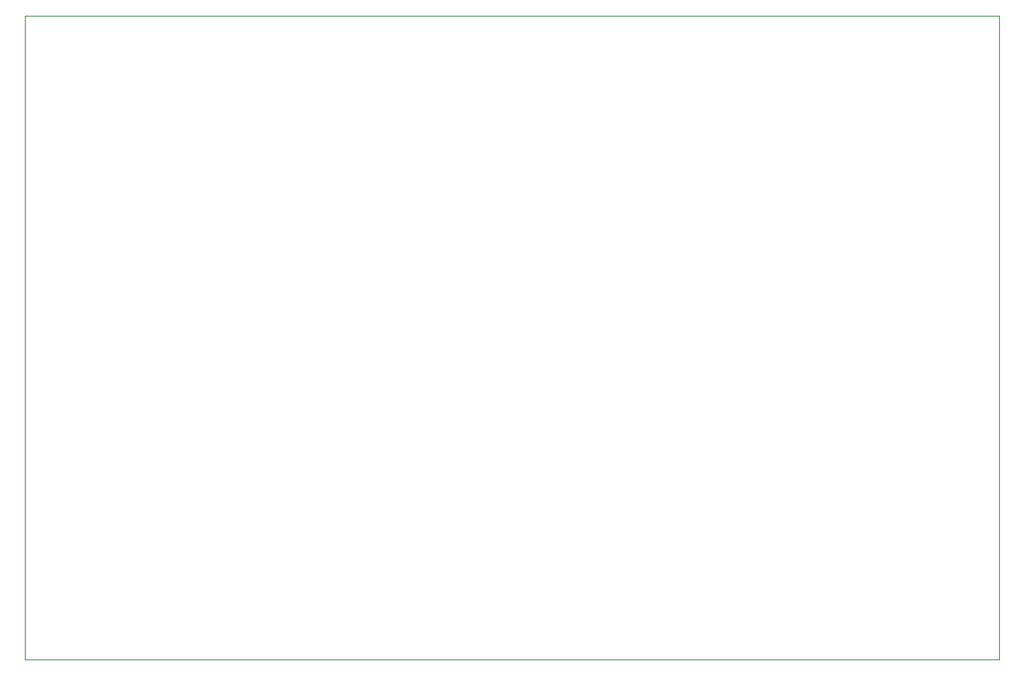
<source format=gbr>
%TF.GenerationSoftware,KiCad,Pcbnew,8.0.6*%
%TF.CreationDate,2024-10-21T23:54:32-04:00*%
%TF.ProjectId,keyboard tutorial,6b657962-6f61-4726-9420-7475746f7269,rev?*%
%TF.SameCoordinates,Original*%
%TF.FileFunction,Profile,NP*%
%FSLAX46Y46*%
G04 Gerber Fmt 4.6, Leading zero omitted, Abs format (unit mm)*
G04 Created by KiCad (PCBNEW 8.0.6) date 2024-10-21 23:54:32*
%MOMM*%
%LPD*%
G01*
G04 APERTURE LIST*
%TA.AperFunction,Profile*%
%ADD10C,0.050000*%
%TD*%
G04 APERTURE END LIST*
D10*
X100970000Y-63940000D02*
X200600000Y-63940000D01*
X200600000Y-129710000D01*
X100970000Y-129710000D01*
X100970000Y-63940000D01*
M02*

</source>
